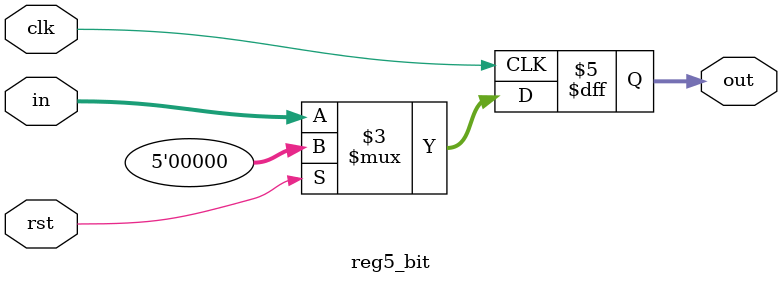
<source format=v>
`timescale 1ns / 1ps


module reg5_bit(
input clk,
input rst,
input [4:0] in,
output reg [4:0] out);
    
    always@(posedge clk) begin
        if(rst) begin
            out<=0;
        end 
        else  begin
            out<=in;
        end
    
    end
    
    
endmodule

</source>
